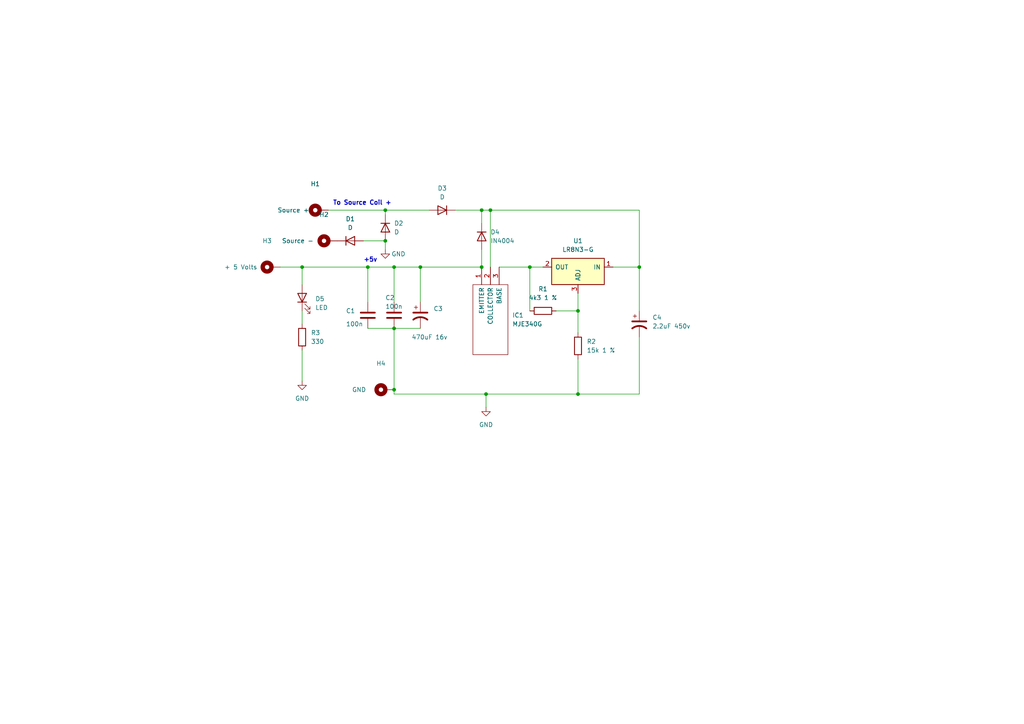
<source format=kicad_sch>
(kicad_sch (version 20211123) (generator eeschema)
  (paper "A4")
  (lib_symbols
    (symbol "Device:C" (pin_numbers hide) (pin_names (offset 0.254))
      (property "Reference" "C" (at 0.635 2.54 0))
      (property "Value" "C" (at 0.635 -2.54 0))
      (symbol "C_0_1"
        (polyline (pts (xy -2.032 -0.762) (xy 2.032 -0.762)) (stroke (width 0.508)))
        (polyline (pts (xy -2.032 0.762) (xy 2.032 0.762)) (stroke (width 0.508)))
      )
      (symbol "C_1_1"
        (pin passive line (at 0 3.81 270) (length 2.794) (name "~") (number "1"))
        (pin passive line (at 0 -3.81 90) (length 2.794) (name "~") (number "2"))
      )
    )
    (symbol "Device:C_Polarized_US" (pin_numbers hide) (pin_names (offset 0.254) hide)
      (property "Reference" "C" (at 0.635 2.54 0))
      (property "Value" "C_Polarized_US" (at 0.635 -2.54 0))
      (symbol "C_Polarized_US_0_1"
        (polyline (pts (xy -2.032 0.762) (xy 2.032 0.762)) (stroke (width 0.508)))
        (polyline (pts (xy -1.778 2.286) (xy -0.762 2.286)))
        (polyline (pts (xy -1.27 1.778) (xy -1.27 2.794)))
        (arc (start 2.032 -1.27) (mid 0 -0.5572) (end -2.032 -1.27) (stroke (width 0.508)))
      )
      (symbol "C_Polarized_US_1_1"
        (pin passive line (at 0 3.81 270) (length 2.794) (name "~") (number "1"))
        (pin passive line (at 0 -3.81 90) (length 3.302) (name "~") (number "2"))
      )
    )
    (symbol "Device:D" (pin_numbers hide) (pin_names (offset 1.016) hide)
      (property "Reference" "D" (at 0 2.54 0))
      (property "Value" "D" (at 0 -2.54 0))
      (symbol "D_0_1"
        (polyline (pts (xy -1.27 1.27) (xy -1.27 -1.27)) (stroke (width 0.254)))
        (polyline (pts (xy 1.27 0) (xy -1.27 0)))
        (polyline (pts (xy 1.27 1.27) (xy 1.27 -1.27) (xy -1.27 0) (xy 1.27 1.27)) (stroke (width 0.254)))
      )
      (symbol "D_1_1"
        (pin passive line (at -3.81 0 0) (length 2.54) (name "K") (number "1"))
        (pin passive line (at 3.81 0 180) (length 2.54) (name "A") (number "2"))
      )
    )
    (symbol "Device:LED" (pin_numbers hide) (pin_names (offset 1.016) hide)
      (property "Reference" "D" (at 0 2.54 0))
      (property "Value" "LED" (at 0 -2.54 0))
      (symbol "LED_0_1"
        (polyline (pts (xy -1.27 -1.27) (xy -1.27 1.27)) (stroke (width 0.254)))
        (polyline (pts (xy -1.27 0) (xy 1.27 0)))
        (polyline (pts (xy 1.27 -1.27) (xy 1.27 1.27) (xy -1.27 0) (xy 1.27 -1.27)) (stroke (width 0.254)))
        (polyline (pts (xy -3.048 -0.762) (xy -4.572 -2.286) (xy -3.81 -2.286) (xy -4.572 -2.286) (xy -4.572 -1.524)))
        (polyline (pts (xy -1.778 -0.762) (xy -3.302 -2.286) (xy -2.54 -2.286) (xy -3.302 -2.286) (xy -3.302 -1.524)))
      )
      (symbol "LED_1_1"
        (pin passive line (at -3.81 0 0) (length 2.54) (name "K") (number "1"))
        (pin passive line (at 3.81 0 180) (length 2.54) (name "A") (number "2"))
      )
    )
    (symbol "Device:R" (pin_numbers hide) (pin_names (offset 0))
      (property "Reference" "R" (at 2.032 0 90))
      (property "Value" "R" (at 0 0 90))
      (symbol "R_0_1"
        (rectangle (start -1.016 -2.54) (end 1.016 2.54) (stroke (width 0.254)))
      )
      (symbol "R_1_1"
        (pin passive line (at 0 3.81 270) (length 1.27) (name "~") (number "1"))
        (pin passive line (at 0 -3.81 90) (length 1.27) (name "~") (number "2"))
      )
    )
    (symbol "MJE340G:MJE340G" (pin_names (offset 0.762))
      (property "Reference" "IC" (at 26.67 7.62 0))
      (property "Value" "MJE340G" (at 26.67 5.08 0))
      (symbol "MJE340G_0_0"
        (pin passive line (at 0 0 0) (length 5.08) (name "EMITTER") (number "1"))
        (pin passive line (at 0 -2.54 0) (length 5.08) (name "COLLECTOR") (number "2"))
        (pin passive line (at 0 -5.08 0) (length 5.08) (name "BASE") (number "3"))
      )
      (symbol "MJE340G_0_1"
        (polyline (pts (xy 5.08 2.54) (xy 25.4 2.54) (xy 25.4 -7.62) (xy 5.08 -7.62) (xy 5.08 2.54)) (stroke (width 0.1524)))
      )
    )
    (symbol "Mechanical:MountingHole_Pad" (pin_numbers hide) (pin_names (offset 1.016) hide)
      (property "Reference" "H" (at 0 6.35 0))
      (property "Value" "MountingHole_Pad" (at 0 4.445 0))
      (symbol "MountingHole_Pad_0_1"
        (circle (center 0 1.27) (radius 1.27) (stroke (width 1.27)))
      )
      (symbol "MountingHole_Pad_1_1"
        (pin input line (at 0 -2.54 90) (length 2.54) (name "1") (number "1"))
      )
    )
    (symbol "Regulator_Linear:LR8N3-G" (pin_names (offset 1.016))
      (property "Reference" "U" (at -7.62 3.81 0))
      (property "Value" "LR8N3-G" (at 0 3.81 0))
      (symbol "LR8N3-G_0_1"
        (rectangle (start -7.62 2.54) (end 7.62 -5.08) (stroke (width 0.254)) (fill (type background)))
      )
      (symbol "LR8N3-G_1_1"
        (pin input line (at -10.16 0 0) (length 2.54) (name "IN") (number "1"))
        (pin power_out line (at 10.16 0 180) (length 2.54) (name "OUT") (number "2"))
        (pin input line (at 0 -7.62 90) (length 2.54) (name "ADJ") (number "3"))
      )
    )
    (symbol "power:GND" (power) (pin_names (offset 0))
      (property "Value" "GND" (at 0 -3.81 0))
      (symbol "GND_0_1"
        (polyline (pts (xy 0 0) (xy 0 -1.27) (xy 1.27 -1.27) (xy 0 -2.54) (xy -1.27 -1.27) (xy 0 -1.27)))
      )
      (symbol "GND_1_1"
        (pin power_in line (at 0 0 270) (length 0) hide (name "GND") (number "1"))
      )
    )
  )
  (junction (at 114.3 113.03))
  (junction (at 111.76 69.85))
  (junction (at 140.97 114.3))
  (junction (at 139.7 77.47))
  (junction (at 111.76 60.96))
  (junction (at 114.3 95.25))
  (junction (at 185.42 77.47))
  (junction (at 153.67 77.47))
  (junction (at 142.24 60.96))
  (junction (at 121.92 77.47))
  (junction (at 87.63 77.47))
  (junction (at 114.3 77.47))
  (junction (at 106.68 77.47))
  (junction (at 139.7 60.96))
  (junction (at 167.64 90.17))
  (junction (at 167.64 114.3))
  (wire (pts (xy 114.3 77.47) (xy 114.3 87.63)))
  (wire (pts (xy 140.97 114.3) (xy 140.97 118.11)))
  (wire (pts (xy 161.29 90.17) (xy 167.64 90.17)))
  (wire (pts (xy 139.7 60.96) (xy 139.7 64.77)))
  (wire (pts (xy 87.63 101.6) (xy 87.63 110.49)))
  (wire (pts (xy 132.08 60.96) (xy 139.7 60.96)))
  (wire (pts (xy 185.42 114.3) (xy 167.64 114.3)))
  (wire (pts (xy 153.67 77.47) (xy 153.67 90.17)))
  (wire (pts (xy 114.3 95.25) (xy 121.92 95.25)))
  (wire (pts (xy 87.63 77.47) (xy 87.63 82.55)))
  (wire (pts (xy 111.76 60.96) (xy 111.76 62.23)))
  (wire (pts (xy 139.7 72.39) (xy 139.7 77.47)))
  (wire (pts (xy 140.97 114.3) (xy 114.3 114.3)))
  (wire (pts (xy 185.42 97.79) (xy 185.42 114.3)))
  (wire (pts (xy 106.68 95.25) (xy 114.3 95.25)))
  (wire (pts (xy 121.92 77.47) (xy 121.92 87.63)))
  (wire (pts (xy 185.42 77.47) (xy 185.42 90.17)))
  (wire (pts (xy 111.76 60.96) (xy 124.46 60.96)))
  (wire (pts (xy 167.64 85.09) (xy 167.64 90.17)))
  (wire (pts (xy 144.78 77.47) (xy 153.67 77.47)))
  (wire (pts (xy 106.68 77.47) (xy 106.68 87.63)))
  (wire (pts (xy 139.7 60.96) (xy 142.24 60.96)))
  (wire (pts (xy 142.24 60.96) (xy 185.42 60.96)))
  (wire (pts (xy 114.3 114.3) (xy 114.3 113.03)))
  (wire (pts (xy 185.42 60.96) (xy 185.42 77.47)))
  (wire (pts (xy 105.41 69.85) (xy 111.76 69.85)))
  (wire (pts (xy 81.28 77.47) (xy 87.63 77.47)))
  (wire (pts (xy 114.3 113.03) (xy 114.3 95.25)))
  (wire (pts (xy 111.76 69.85) (xy 111.76 72.39)))
  (wire (pts (xy 95.25 60.96) (xy 111.76 60.96)))
  (wire (pts (xy 121.92 77.47) (xy 139.7 77.47)))
  (wire (pts (xy 177.8 77.47) (xy 185.42 77.47)))
  (wire (pts (xy 167.64 90.17) (xy 167.64 96.52)))
  (wire (pts (xy 167.64 104.14) (xy 167.64 114.3)))
  (wire (pts (xy 114.3 77.47) (xy 121.92 77.47)))
  (wire (pts (xy 87.63 77.47) (xy 106.68 77.47)))
  (wire (pts (xy 87.63 90.17) (xy 87.63 93.98)))
  (wire (pts (xy 142.24 60.96) (xy 142.24 77.47)))
  (wire (pts (xy 153.67 77.47) (xy 157.48 77.47)))
  (wire (pts (xy 106.68 77.47) (xy 114.3 77.47)))
  (wire (pts (xy 167.64 114.3) (xy 140.97 114.3)))
  (text "+5v\n" (at 105.41 76.2 0) (effects (font (size 1.27 1.27) bold) (justify left bottom)))
  (text "To Source Coil +\n" (at 96.52 59.69 0) (effects (font (size 1.27 1.27) bold) (justify left bottom)))
  (symbol (lib_id "Device:D") (at 101.6 69.85 0) (unit 1)
    (property "Reference" "D1" (at 101.6 63.5 0))
    (property "Value" "D" (at 101.6 66.04 0))
    (property "Footprint" "Diode_THT:D_DO-41_SOD81_P10.16mm_Horizontal" (effects hide))
  )
  (symbol (lib_id "Mechanical:MountingHole_Pad") (at 78.74 77.47 90) (unit 1)
    (property "Reference" "H3" (at 77.47 69.85 90))
    (property "Value" "+ 5 Volts" (at 69.85 77.47 90))
    (property "Footprint" "MountingHole:MountingHole_2.2mm_M2_DIN965_Pad" (effects hide))
  )
  (symbol (lib_id "power:GND") (at 87.63 110.49 0) (unit 1)
    (property "Reference" "#PWR03" (effects hide))
    (property "Value" "GND" (at 87.63 115.57 0))
  )
  (symbol (lib_id "Device:R") (at 167.64 100.33 0) (unit 1)
    (property "Reference" "R2" (at 170.18 99.0599 0) (effects (justify left)))
    (property "Value" "15k 1 %" (at 170.18 101.5999 0) (effects (justify left)))
    (property "Footprint" "Resistor_THT:R_Axial_DIN0309_L9.0mm_D3.2mm_P12.70mm_Horizontal" (effects hide))
  )
  (symbol (lib_id "Device:C") (at 114.3 91.44 0) (unit 1)
    (property "Reference" "C2" (at 111.76 86.36 0) (effects (justify left)))
    (property "Value" "100n" (at 111.76 88.9 0) (effects (justify left)))
    (property "Footprint" "Capacitor_THT:C_Disc_D6.0mm_W2.5mm_P5.00mm" (effects hide))
  )
  (symbol (lib_id "power:GND") (at 140.97 118.11 0) (unit 1)
    (property "Reference" "#PWR02" (effects hide))
    (property "Value" "GND" (at 140.97 123.19 0))
  )
  (symbol (lib_id "Mechanical:MountingHole_Pad") (at 95.25 69.85 90) (unit 1)
    (property "Reference" "H2" (at 93.98 62.23 90))
    (property "Value" "Source -" (at 86.36 69.85 90))
    (property "Footprint" "MountingHole:MountingHole_2.2mm_M2_DIN965_Pad" (effects hide))
  )
  (symbol (lib_id "Mechanical:MountingHole_Pad") (at 92.71 60.96 90) (unit 1)
    (property "Reference" "H1" (at 91.44 53.34 90))
    (property "Value" "Source +" (at 85.09 60.96 90))
    (property "Footprint" "MountingHole:MountingHole_2.2mm_M2_DIN965_Pad" (effects hide))
  )
  (symbol (lib_id "Device:D") (at 139.7 68.58 270) (unit 1)
    (property "Reference" "D4" (at 142.24 67.3099 90) (effects (justify left)))
    (property "Value" "IN4004" (at 142.24 69.8499 90) (effects (justify left)))
    (property "Footprint" "Diode_THT:D_DO-41_SOD81_P10.16mm_Horizontal" (effects hide))
  )
  (symbol (lib_id "Device:C_Polarized_US") (at 185.42 93.98 0) (unit 1)
    (property "Reference" "C4" (at 189.23 92.0749 0) (effects (justify left)))
    (property "Value" "2.2uF 450v" (at 189.23 94.6149 0) (effects (justify left)))
    (property "Footprint" "Capacitor_THT:C_Radial_D10.0mm_H12.5mm_P5.00mm" (effects hide))
  )
  (symbol (lib_id "Device:C_Polarized_US") (at 121.92 91.44 0) (unit 1)
    (property "Reference" "C3" (at 125.73 89.5349 0) (effects (justify left)))
    (property "Value" "470uF 16v" (at 119.38 97.79 0) (effects (justify left)))
    (property "Footprint" "Capacitor_THT:C_Radial_D10.0mm_H16.0mm_P5.00mm" (effects hide))
  )
  (symbol (lib_id "Regulator_Linear:LR8N3-G") (at 167.64 77.47 0) (mirror y) (unit 1)
    (property "Reference" "U1" (at 167.64 69.85 0))
    (property "Value" "LR8N3-G" (at 167.64 72.39 0))
    (property "Footprint" "Package_TO_SOT_THT:TO-92_Inline" (effects hide))
    (property "Datasheet" "http://www.supertex.com/pdf/datasheets/LR8.pdf" (effects hide))
  )
  (symbol (lib_id "Device:C") (at 106.68 91.44 0) (unit 1)
    (property "Reference" "C1" (at 100.33 90.17 0) (effects (justify left)))
    (property "Value" "100n" (at 100.33 93.98 0) (effects (justify left)))
    (property "Footprint" "Capacitor_THT:C_Disc_D6.0mm_W2.5mm_P5.00mm" (effects hide))
  )
  (symbol (lib_id "MJE340G:MJE340G") (at 139.7 77.47 90) (mirror x) (unit 1)
    (property "Reference" "IC1" (at 148.59 91.4399 90) (effects (justify right)))
    (property "Value" "MJE340G" (at 148.59 93.9799 90) (effects (justify right)))
    (property "Footprint" "TO229P300X760X1364-3P" (effects hide))
    (property "Datasheet" "http://www.onsemi.com/pub/Collateral/MJE340-D.PDF" (effects hide))
    (property "Description" " 0.5 AMPERE POWER TRANSISTOR NPN SILICON 300 VOLTS, 20 WATTS" (effects hide))
    (property "Height" "3" (effects hide))
    (property "Manufacturer_Name" "onsemi" (effects hide))
    (property "Manufacturer_Part_Number" "MJE340G" (effects hide))
    (property "Mouser Part Number" "863-MJE340G" (effects hide))
    (property "Mouser Price/Stock" "https://www.mouser.co.uk/ProductDetail/onsemi/MJE340G?qs=HVbQlW5zcXVQNfBp3yF7PQ%3D%3D" (effects hide))
    (property "Arrow Part Number" "MJE340G" (effects hide))
    (property "Arrow Price/Stock" "https://www.arrow.com/en/products/mje340g/on-semiconductor?region=nac" (effects hide))
  )
  (symbol (lib_id "Device:R") (at 87.63 97.79 0) (unit 1)
    (property "Reference" "R3" (at 90.17 96.5199 0) (effects (justify left)))
    (property "Value" "330" (at 90.17 99.0599 0) (effects (justify left)))
    (property "Footprint" "Resistor_THT:R_Axial_DIN0204_L3.6mm_D1.6mm_P7.62mm_Horizontal" (effects hide))
  )
  (symbol (lib_id "power:GND") (at 111.76 72.39 0) (unit 1)
    (property "Reference" "#PWR01" (effects hide))
    (property "Value" "GND" (at 115.57 73.66 0))
  )
  (symbol (lib_id "Device:D") (at 128.27 60.96 180) (unit 1)
    (property "Reference" "D3" (at 128.27 54.61 0))
    (property "Value" "D" (at 128.27 57.15 0))
    (property "Footprint" "Diode_THT:D_DO-41_SOD81_P10.16mm_Horizontal" (effects hide))
  )
  (symbol (lib_id "Mechanical:MountingHole_Pad") (at 111.76 113.03 90) (unit 1)
    (property "Reference" "H4" (at 110.49 105.41 90))
    (property "Value" "GND" (at 104.14 113.03 90))
    (property "Footprint" "MountingHole:MountingHole_2.2mm_M2_DIN965_Pad" (effects hide))
  )
  (symbol (lib_id "Device:LED") (at 87.63 86.36 90) (unit 1)
    (property "Reference" "D5" (at 91.44 86.6774 90) (effects (justify right)))
    (property "Value" "LED" (at 91.44 89.2174 90) (effects (justify right)))
    (property "Footprint" "LED_THT:LED_D3.0mm" (effects hide))
  )
  (symbol (lib_id "Device:R") (at 157.48 90.17 90) (unit 1)
    (property "Reference" "R1" (at 157.48 83.82 90))
    (property "Value" "4k3 1 %" (at 157.48 86.36 90))
    (property "Footprint" "Resistor_THT:R_Axial_DIN0309_L9.0mm_D3.2mm_P12.70mm_Horizontal" (effects hide))
  )
  (symbol (lib_id "Device:D") (at 111.76 66.04 270) (unit 1)
    (property "Reference" "D2" (at 114.3 64.7699 90) (effects (justify left)))
    (property "Value" "D" (at 114.3 67.3099 90) (effects (justify left)))
    (property "Footprint" "Diode_THT:D_DO-41_SOD81_P10.16mm_Horizontal" (effects hide))
  )
)
</source>
